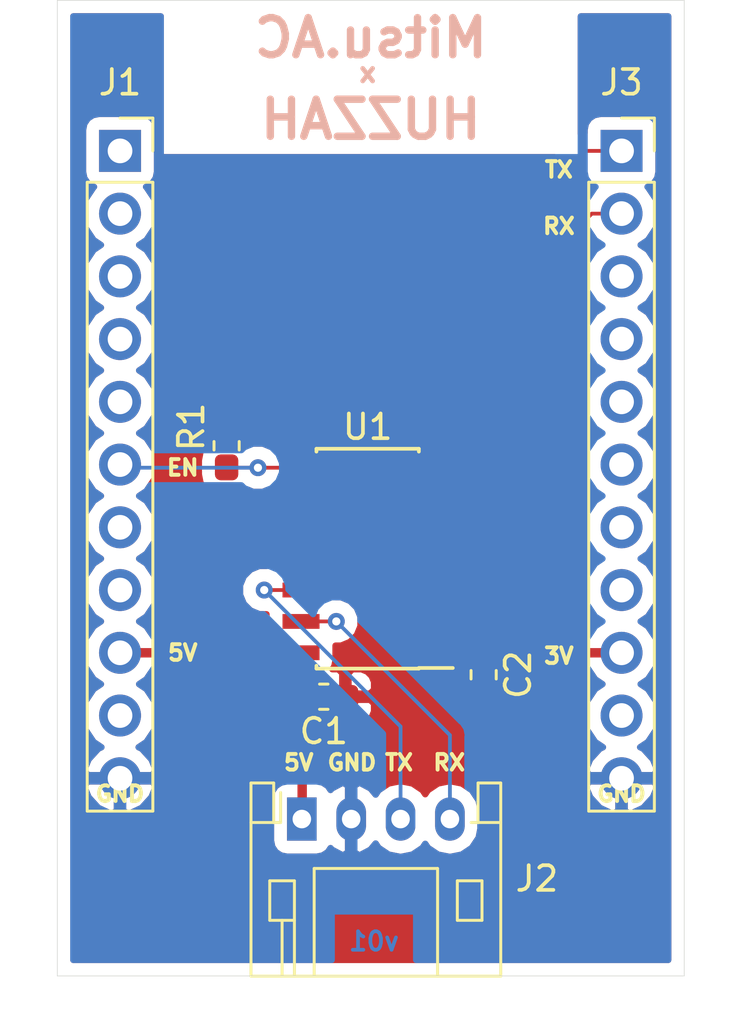
<source format=kicad_pcb>
(kicad_pcb (version 20171130) (host pcbnew 5.0.0+dfsg1-2)

  (general
    (thickness 1.6)
    (drawings 19)
    (tracks 42)
    (zones 0)
    (modules 7)
    (nets 30)
  )

  (page A4)
  (layers
    (0 F.Cu signal)
    (31 B.Cu signal)
    (36 B.SilkS user)
    (37 F.SilkS user)
    (38 B.Mask user)
    (39 F.Mask user)
    (40 Dwgs.User user)
    (41 Cmts.User user)
    (42 Eco1.User user)
    (43 Eco2.User user)
    (44 Edge.Cuts user)
    (45 Margin user)
    (46 B.CrtYd user)
    (47 F.CrtYd user)
    (48 B.Fab user)
    (49 F.Fab user)
  )

  (setup
    (last_trace_width 0.1524)
    (trace_clearance 0.1524)
    (zone_clearance 0.508)
    (zone_45_only no)
    (trace_min 0.1524)
    (segment_width 0.2)
    (edge_width 0.0254)
    (via_size 0.6858)
    (via_drill 0.3302)
    (via_min_size 0.508)
    (via_min_drill 0.254)
    (user_via 3.048 2.54)
    (uvia_size 0.6858)
    (uvia_drill 0.3302)
    (uvias_allowed no)
    (uvia_min_size 0.2)
    (uvia_min_drill 0.1)
    (pcb_text_width 0.3)
    (pcb_text_size 1.5 1.5)
    (mod_edge_width 0.15)
    (mod_text_size 1 1)
    (mod_text_width 0.15)
    (pad_size 1.524 1.524)
    (pad_drill 0.762)
    (pad_to_mask_clearance 0.0508)
    (aux_axis_origin 0 0)
    (visible_elements FFFFFF7F)
    (pcbplotparams
      (layerselection 0x010fc_ffffffff)
      (usegerberextensions false)
      (usegerberattributes false)
      (usegerberadvancedattributes false)
      (creategerberjobfile false)
      (excludeedgelayer true)
      (linewidth 0.100000)
      (plotframeref false)
      (viasonmask false)
      (mode 1)
      (useauxorigin false)
      (hpglpennumber 1)
      (hpglpenspeed 20)
      (hpglpendiameter 15.000000)
      (psnegative false)
      (psa4output false)
      (plotreference true)
      (plotvalue true)
      (plotinvisibletext false)
      (padsonsilk false)
      (subtractmaskfromsilk false)
      (outputformat 1)
      (mirror false)
      (drillshape 1)
      (scaleselection 1)
      (outputdirectory ""))
  )

  (net 0 "")
  (net 1 +5V)
  (net 2 GND)
  (net 3 +3V3)
  (net 4 "Net-(J1-Pad1)")
  (net 5 "Net-(J1-Pad2)")
  (net 6 "Net-(J1-Pad3)")
  (net 7 "Net-(J1-Pad4)")
  (net 8 "Net-(J1-Pad7)")
  (net 9 "Net-(J1-Pad8)")
  (net 10 "Net-(J1-Pad10)")
  (net 11 /TX0_5V)
  (net 12 /RX0_5V)
  (net 13 "Net-(J3-Pad10)")
  (net 14 "Net-(J3-Pad8)")
  (net 15 "Net-(J3-Pad7)")
  (net 16 "Net-(J3-Pad6)")
  (net 17 "Net-(J3-Pad5)")
  (net 18 "Net-(J3-Pad4)")
  (net 19 "Net-(J3-Pad3)")
  (net 20 /RX0)
  (net 21 /TX0)
  (net 22 "Net-(U1-Pad5)")
  (net 23 "Net-(U1-Pad6)")
  (net 24 "Net-(U1-Pad10)")
  (net 25 "Net-(U1-Pad9)")
  (net 26 "Net-(J1-Pad5)")
  (net 27 /EN)
  (net 28 "Net-(U1-Pad4)")
  (net 29 "Net-(U1-Pad11)")

  (net_class Default "This is the default net class."
    (clearance 0.1524)
    (trace_width 0.1524)
    (via_dia 0.6858)
    (via_drill 0.3302)
    (uvia_dia 0.6858)
    (uvia_drill 0.3302)
    (add_net /EN)
    (add_net /RX0)
    (add_net /RX0_5V)
    (add_net /TX0)
    (add_net /TX0_5V)
    (add_net GND)
    (add_net "Net-(J1-Pad1)")
    (add_net "Net-(J1-Pad10)")
    (add_net "Net-(J1-Pad2)")
    (add_net "Net-(J1-Pad3)")
    (add_net "Net-(J1-Pad4)")
    (add_net "Net-(J1-Pad5)")
    (add_net "Net-(J1-Pad7)")
    (add_net "Net-(J1-Pad8)")
    (add_net "Net-(J3-Pad10)")
    (add_net "Net-(J3-Pad3)")
    (add_net "Net-(J3-Pad4)")
    (add_net "Net-(J3-Pad5)")
    (add_net "Net-(J3-Pad6)")
    (add_net "Net-(J3-Pad7)")
    (add_net "Net-(J3-Pad8)")
    (add_net "Net-(U1-Pad10)")
    (add_net "Net-(U1-Pad11)")
    (add_net "Net-(U1-Pad4)")
    (add_net "Net-(U1-Pad5)")
    (add_net "Net-(U1-Pad6)")
    (add_net "Net-(U1-Pad9)")
  )

  (net_class Power ""
    (clearance 0.254)
    (trace_width 0.381)
    (via_dia 0.6858)
    (via_drill 0.3302)
    (uvia_dia 0.6858)
    (uvia_drill 0.3302)
    (add_net +3V3)
    (add_net +5V)
  )

  (module Package_SO:SOIC-14_3.9x8.7mm_P1.27mm (layer F.Cu) (tedit 5A02F2D3) (tstamp 5C12099B)
    (at 129.413 101.346 180)
    (descr "14-Lead Plastic Small Outline (SL) - Narrow, 3.90 mm Body [SOIC] (see Microchip Packaging Specification 00000049BS.pdf)")
    (tags "SOIC 1.27")
    (path /5C0B62EC)
    (attr smd)
    (fp_text reference U1 (at 0 5.334 180) (layer F.SilkS)
      (effects (font (size 1 1) (thickness 0.15)))
    )
    (fp_text value TXB0104D (at 0 5.375 180) (layer F.Fab)
      (effects (font (size 1 1) (thickness 0.15)))
    )
    (fp_text user %R (at 0 0 180) (layer F.Fab)
      (effects (font (size 0.9 0.9) (thickness 0.135)))
    )
    (fp_line (start -0.95 -4.35) (end 1.95 -4.35) (layer F.Fab) (width 0.15))
    (fp_line (start 1.95 -4.35) (end 1.95 4.35) (layer F.Fab) (width 0.15))
    (fp_line (start 1.95 4.35) (end -1.95 4.35) (layer F.Fab) (width 0.15))
    (fp_line (start -1.95 4.35) (end -1.95 -3.35) (layer F.Fab) (width 0.15))
    (fp_line (start -1.95 -3.35) (end -0.95 -4.35) (layer F.Fab) (width 0.15))
    (fp_line (start -3.7 -4.65) (end -3.7 4.65) (layer F.CrtYd) (width 0.05))
    (fp_line (start 3.7 -4.65) (end 3.7 4.65) (layer F.CrtYd) (width 0.05))
    (fp_line (start -3.7 -4.65) (end 3.7 -4.65) (layer F.CrtYd) (width 0.05))
    (fp_line (start -3.7 4.65) (end 3.7 4.65) (layer F.CrtYd) (width 0.05))
    (fp_line (start -2.075 -4.45) (end -2.075 -4.425) (layer F.SilkS) (width 0.15))
    (fp_line (start 2.075 -4.45) (end 2.075 -4.335) (layer F.SilkS) (width 0.15))
    (fp_line (start 2.075 4.45) (end 2.075 4.335) (layer F.SilkS) (width 0.15))
    (fp_line (start -2.075 4.45) (end -2.075 4.335) (layer F.SilkS) (width 0.15))
    (fp_line (start -2.075 -4.45) (end 2.075 -4.45) (layer F.SilkS) (width 0.15))
    (fp_line (start -2.075 4.45) (end 2.075 4.45) (layer F.SilkS) (width 0.15))
    (fp_line (start -2.075 -4.425) (end -3.45 -4.425) (layer F.SilkS) (width 0.15))
    (pad 1 smd rect (at -2.7 -3.81 180) (size 1.5 0.6) (layers F.Cu F.Paste F.Mask)
      (net 3 +3V3))
    (pad 2 smd rect (at -2.7 -2.54 180) (size 1.5 0.6) (layers F.Cu F.Paste F.Mask)
      (net 20 /RX0))
    (pad 3 smd rect (at -2.7 -1.27 180) (size 1.5 0.6) (layers F.Cu F.Paste F.Mask)
      (net 21 /TX0))
    (pad 4 smd rect (at -2.7 0 180) (size 1.5 0.6) (layers F.Cu F.Paste F.Mask)
      (net 28 "Net-(U1-Pad4)"))
    (pad 5 smd rect (at -2.7 1.27 180) (size 1.5 0.6) (layers F.Cu F.Paste F.Mask)
      (net 22 "Net-(U1-Pad5)"))
    (pad 6 smd rect (at -2.7 2.54 180) (size 1.5 0.6) (layers F.Cu F.Paste F.Mask)
      (net 23 "Net-(U1-Pad6)"))
    (pad 7 smd rect (at -2.7 3.81 180) (size 1.5 0.6) (layers F.Cu F.Paste F.Mask)
      (net 2 GND))
    (pad 8 smd rect (at 2.7 3.81 180) (size 1.5 0.6) (layers F.Cu F.Paste F.Mask)
      (net 27 /EN))
    (pad 9 smd rect (at 2.7 2.54 180) (size 1.5 0.6) (layers F.Cu F.Paste F.Mask)
      (net 25 "Net-(U1-Pad9)"))
    (pad 10 smd rect (at 2.7 1.27 180) (size 1.5 0.6) (layers F.Cu F.Paste F.Mask)
      (net 24 "Net-(U1-Pad10)"))
    (pad 11 smd rect (at 2.7 0 180) (size 1.5 0.6) (layers F.Cu F.Paste F.Mask)
      (net 29 "Net-(U1-Pad11)"))
    (pad 12 smd rect (at 2.7 -1.27 180) (size 1.5 0.6) (layers F.Cu F.Paste F.Mask)
      (net 11 /TX0_5V))
    (pad 13 smd rect (at 2.7 -2.54 180) (size 1.5 0.6) (layers F.Cu F.Paste F.Mask)
      (net 12 /RX0_5V))
    (pad 14 smd rect (at 2.7 -3.81 180) (size 1.5 0.6) (layers F.Cu F.Paste F.Mask)
      (net 1 +5V))
    (model ${KISYS3DMOD}/Package_SO.3dshapes/SOIC-14_3.9x8.7mm_P1.27mm.wrl
      (at (xyz 0 0 0))
      (scale (xyz 1 1 1))
      (rotate (xyz 0 0 0))
    )
  )

  (module Capacitor_SMD:C_0603_1608Metric_Pad1.05x0.95mm_HandSolder (layer F.Cu) (tedit 5B301BBE) (tstamp 5C12183A)
    (at 127.635 106.934)
    (descr "Capacitor SMD 0603 (1608 Metric), square (rectangular) end terminal, IPC_7351 nominal with elongated pad for handsoldering. (Body size source: http://www.tortai-tech.com/upload/download/2011102023233369053.pdf), generated with kicad-footprint-generator")
    (tags "capacitor handsolder")
    (path /5C0A2CF0)
    (attr smd)
    (fp_text reference C1 (at 0 1.397) (layer F.SilkS)
      (effects (font (size 1 1) (thickness 0.15)))
    )
    (fp_text value 0.1uF (at 0 2.794) (layer F.Fab)
      (effects (font (size 1 1) (thickness 0.15)))
    )
    (fp_line (start -0.8 0.4) (end -0.8 -0.4) (layer F.Fab) (width 0.1))
    (fp_line (start -0.8 -0.4) (end 0.8 -0.4) (layer F.Fab) (width 0.1))
    (fp_line (start 0.8 -0.4) (end 0.8 0.4) (layer F.Fab) (width 0.1))
    (fp_line (start 0.8 0.4) (end -0.8 0.4) (layer F.Fab) (width 0.1))
    (fp_line (start -0.171267 -0.51) (end 0.171267 -0.51) (layer F.SilkS) (width 0.12))
    (fp_line (start -0.171267 0.51) (end 0.171267 0.51) (layer F.SilkS) (width 0.12))
    (fp_line (start -1.65 0.73) (end -1.65 -0.73) (layer F.CrtYd) (width 0.05))
    (fp_line (start -1.65 -0.73) (end 1.65 -0.73) (layer F.CrtYd) (width 0.05))
    (fp_line (start 1.65 -0.73) (end 1.65 0.73) (layer F.CrtYd) (width 0.05))
    (fp_line (start 1.65 0.73) (end -1.65 0.73) (layer F.CrtYd) (width 0.05))
    (fp_text user %R (at 0 0) (layer F.Fab)
      (effects (font (size 0.4 0.4) (thickness 0.06)))
    )
    (pad 1 smd roundrect (at -0.875 0) (size 1.05 0.95) (layers F.Cu F.Paste F.Mask) (roundrect_rratio 0.25)
      (net 1 +5V))
    (pad 2 smd roundrect (at 0.875 0) (size 1.05 0.95) (layers F.Cu F.Paste F.Mask) (roundrect_rratio 0.25)
      (net 2 GND))
    (model ${KISYS3DMOD}/Capacitor_SMD.3dshapes/C_0603_1608Metric.wrl
      (at (xyz 0 0 0))
      (scale (xyz 1 1 1))
      (rotate (xyz 0 0 0))
    )
  )

  (module Capacitor_SMD:C_0603_1608Metric_Pad1.05x0.95mm_HandSolder (layer F.Cu) (tedit 5B301BBE) (tstamp 5C12124F)
    (at 134.112 106.045 270)
    (descr "Capacitor SMD 0603 (1608 Metric), square (rectangular) end terminal, IPC_7351 nominal with elongated pad for handsoldering. (Body size source: http://www.tortai-tech.com/upload/download/2011102023233369053.pdf), generated with kicad-footprint-generator")
    (tags "capacitor handsolder")
    (path /5C0A3B8D)
    (attr smd)
    (fp_text reference C2 (at 0 -1.397 270) (layer F.SilkS)
      (effects (font (size 1 1) (thickness 0.15)))
    )
    (fp_text value 0.1uF (at -0.254 -2.794 270) (layer F.Fab)
      (effects (font (size 1 1) (thickness 0.15)))
    )
    (fp_text user %R (at 0 0 270) (layer F.Fab)
      (effects (font (size 0.4 0.4) (thickness 0.06)))
    )
    (fp_line (start 1.65 0.73) (end -1.65 0.73) (layer F.CrtYd) (width 0.05))
    (fp_line (start 1.65 -0.73) (end 1.65 0.73) (layer F.CrtYd) (width 0.05))
    (fp_line (start -1.65 -0.73) (end 1.65 -0.73) (layer F.CrtYd) (width 0.05))
    (fp_line (start -1.65 0.73) (end -1.65 -0.73) (layer F.CrtYd) (width 0.05))
    (fp_line (start -0.171267 0.51) (end 0.171267 0.51) (layer F.SilkS) (width 0.12))
    (fp_line (start -0.171267 -0.51) (end 0.171267 -0.51) (layer F.SilkS) (width 0.12))
    (fp_line (start 0.8 0.4) (end -0.8 0.4) (layer F.Fab) (width 0.1))
    (fp_line (start 0.8 -0.4) (end 0.8 0.4) (layer F.Fab) (width 0.1))
    (fp_line (start -0.8 -0.4) (end 0.8 -0.4) (layer F.Fab) (width 0.1))
    (fp_line (start -0.8 0.4) (end -0.8 -0.4) (layer F.Fab) (width 0.1))
    (pad 2 smd roundrect (at 0.875 0 270) (size 1.05 0.95) (layers F.Cu F.Paste F.Mask) (roundrect_rratio 0.25)
      (net 2 GND))
    (pad 1 smd roundrect (at -0.875 0 270) (size 1.05 0.95) (layers F.Cu F.Paste F.Mask) (roundrect_rratio 0.25)
      (net 3 +3V3))
    (model ${KISYS3DMOD}/Capacitor_SMD.3dshapes/C_0603_1608Metric.wrl
      (at (xyz 0 0 0))
      (scale (xyz 1 1 1))
      (rotate (xyz 0 0 0))
    )
  )

  (module Connector_JST:JST_PH_S4B-PH-K_1x04_P2.00mm_Horizontal (layer F.Cu) (tedit 5A0EDEC2) (tstamp 5C3B24C5)
    (at 126.746 111.887)
    (descr "JST PH series connector, S4B-PH-K (http://www.jst-mfg.com/product/pdf/eng/ePH.pdf), generated with kicad-footprint-generator")
    (tags "connector JST PH top entry")
    (path /5C09C98C)
    (fp_text reference J2 (at 9.525 2.413) (layer F.SilkS)
      (effects (font (size 1 1) (thickness 0.15)))
    )
    (fp_text value MITSU_AC (at 3 7.45) (layer F.Fab)
      (effects (font (size 1 1) (thickness 0.15)))
    )
    (fp_line (start -0.86 0.14) (end -1.14 0.14) (layer F.SilkS) (width 0.12))
    (fp_line (start -1.14 0.14) (end -1.14 -1.46) (layer F.SilkS) (width 0.12))
    (fp_line (start -1.14 -1.46) (end -2.06 -1.46) (layer F.SilkS) (width 0.12))
    (fp_line (start -2.06 -1.46) (end -2.06 6.36) (layer F.SilkS) (width 0.12))
    (fp_line (start -2.06 6.36) (end 8.06 6.36) (layer F.SilkS) (width 0.12))
    (fp_line (start 8.06 6.36) (end 8.06 -1.46) (layer F.SilkS) (width 0.12))
    (fp_line (start 8.06 -1.46) (end 7.14 -1.46) (layer F.SilkS) (width 0.12))
    (fp_line (start 7.14 -1.46) (end 7.14 0.14) (layer F.SilkS) (width 0.12))
    (fp_line (start 7.14 0.14) (end 6.86 0.14) (layer F.SilkS) (width 0.12))
    (fp_line (start 0.5 6.36) (end 0.5 2) (layer F.SilkS) (width 0.12))
    (fp_line (start 0.5 2) (end 5.5 2) (layer F.SilkS) (width 0.12))
    (fp_line (start 5.5 2) (end 5.5 6.36) (layer F.SilkS) (width 0.12))
    (fp_line (start -2.06 0.14) (end -1.14 0.14) (layer F.SilkS) (width 0.12))
    (fp_line (start 8.06 0.14) (end 7.14 0.14) (layer F.SilkS) (width 0.12))
    (fp_line (start -1.3 2.5) (end -1.3 4.1) (layer F.SilkS) (width 0.12))
    (fp_line (start -1.3 4.1) (end -0.3 4.1) (layer F.SilkS) (width 0.12))
    (fp_line (start -0.3 4.1) (end -0.3 2.5) (layer F.SilkS) (width 0.12))
    (fp_line (start -0.3 2.5) (end -1.3 2.5) (layer F.SilkS) (width 0.12))
    (fp_line (start 7.3 2.5) (end 7.3 4.1) (layer F.SilkS) (width 0.12))
    (fp_line (start 7.3 4.1) (end 6.3 4.1) (layer F.SilkS) (width 0.12))
    (fp_line (start 6.3 4.1) (end 6.3 2.5) (layer F.SilkS) (width 0.12))
    (fp_line (start 6.3 2.5) (end 7.3 2.5) (layer F.SilkS) (width 0.12))
    (fp_line (start -0.3 4.1) (end -0.3 6.36) (layer F.SilkS) (width 0.12))
    (fp_line (start -0.8 4.1) (end -0.8 6.36) (layer F.SilkS) (width 0.12))
    (fp_line (start -2.45 -1.85) (end -2.45 6.75) (layer F.CrtYd) (width 0.05))
    (fp_line (start -2.45 6.75) (end 8.45 6.75) (layer F.CrtYd) (width 0.05))
    (fp_line (start 8.45 6.75) (end 8.45 -1.85) (layer F.CrtYd) (width 0.05))
    (fp_line (start 8.45 -1.85) (end -2.45 -1.85) (layer F.CrtYd) (width 0.05))
    (fp_line (start -1.25 0.25) (end -1.25 -1.35) (layer F.Fab) (width 0.1))
    (fp_line (start -1.25 -1.35) (end -1.95 -1.35) (layer F.Fab) (width 0.1))
    (fp_line (start -1.95 -1.35) (end -1.95 6.25) (layer F.Fab) (width 0.1))
    (fp_line (start -1.95 6.25) (end 7.95 6.25) (layer F.Fab) (width 0.1))
    (fp_line (start 7.95 6.25) (end 7.95 -1.35) (layer F.Fab) (width 0.1))
    (fp_line (start 7.95 -1.35) (end 7.25 -1.35) (layer F.Fab) (width 0.1))
    (fp_line (start 7.25 -1.35) (end 7.25 0.25) (layer F.Fab) (width 0.1))
    (fp_line (start 7.25 0.25) (end -1.25 0.25) (layer F.Fab) (width 0.1))
    (fp_line (start -0.86 0.14) (end -0.86 -1.075) (layer F.SilkS) (width 0.12))
    (fp_line (start 0 0.875) (end -0.5 1.375) (layer F.Fab) (width 0.1))
    (fp_line (start -0.5 1.375) (end 0.5 1.375) (layer F.Fab) (width 0.1))
    (fp_line (start 0.5 1.375) (end 0 0.875) (layer F.Fab) (width 0.1))
    (fp_text user %R (at 3 2.5) (layer F.Fab)
      (effects (font (size 1 1) (thickness 0.15)))
    )
    (pad 1 thru_hole rect (at 0 0) (size 1.2 1.75) (drill 0.75) (layers *.Cu *.Mask)
      (net 1 +5V))
    (pad 2 thru_hole oval (at 2 0) (size 1.2 1.75) (drill 0.75) (layers *.Cu *.Mask)
      (net 2 GND))
    (pad 3 thru_hole oval (at 4 0) (size 1.2 1.75) (drill 0.75) (layers *.Cu *.Mask)
      (net 11 /TX0_5V))
    (pad 4 thru_hole oval (at 6 0) (size 1.2 1.75) (drill 0.75) (layers *.Cu *.Mask)
      (net 12 /RX0_5V))
    (model ${KISYS3DMOD}/Connector_JST.3dshapes/JST_PH_S4B-PH-K_1x04_P2.00mm_Horizontal.wrl
      (at (xyz 0 0 0))
      (scale (xyz 1 1 1))
      (rotate (xyz 0 0 0))
    )
  )

  (module Resistor_SMD:R_0603_1608Metric_Pad1.05x0.95mm_HandSolder (layer F.Cu) (tedit 5B301BBD) (tstamp 5C1209FE)
    (at 123.698 96.774 90)
    (descr "Resistor SMD 0603 (1608 Metric), square (rectangular) end terminal, IPC_7351 nominal with elongated pad for handsoldering. (Body size source: http://www.tortai-tech.com/upload/download/2011102023233369053.pdf), generated with kicad-footprint-generator")
    (tags "resistor handsolder")
    (path /5C0A0895)
    (attr smd)
    (fp_text reference R1 (at 0.762 -1.43 90) (layer F.SilkS)
      (effects (font (size 1 1) (thickness 0.15)))
    )
    (fp_text value 10K (at 0 1.43 90) (layer F.Fab)
      (effects (font (size 1 1) (thickness 0.15)))
    )
    (fp_line (start -0.8 0.4) (end -0.8 -0.4) (layer F.Fab) (width 0.1))
    (fp_line (start -0.8 -0.4) (end 0.8 -0.4) (layer F.Fab) (width 0.1))
    (fp_line (start 0.8 -0.4) (end 0.8 0.4) (layer F.Fab) (width 0.1))
    (fp_line (start 0.8 0.4) (end -0.8 0.4) (layer F.Fab) (width 0.1))
    (fp_line (start -0.171267 -0.51) (end 0.171267 -0.51) (layer F.SilkS) (width 0.12))
    (fp_line (start -0.171267 0.51) (end 0.171267 0.51) (layer F.SilkS) (width 0.12))
    (fp_line (start -1.65 0.73) (end -1.65 -0.73) (layer F.CrtYd) (width 0.05))
    (fp_line (start -1.65 -0.73) (end 1.65 -0.73) (layer F.CrtYd) (width 0.05))
    (fp_line (start 1.65 -0.73) (end 1.65 0.73) (layer F.CrtYd) (width 0.05))
    (fp_line (start 1.65 0.73) (end -1.65 0.73) (layer F.CrtYd) (width 0.05))
    (fp_text user %R (at 0 0 90) (layer F.Fab)
      (effects (font (size 0.4 0.4) (thickness 0.06)))
    )
    (pad 1 smd roundrect (at -0.875 0 90) (size 1.05 0.95) (layers F.Cu F.Paste F.Mask) (roundrect_rratio 0.25)
      (net 27 /EN))
    (pad 2 smd roundrect (at 0.875 0 90) (size 1.05 0.95) (layers F.Cu F.Paste F.Mask) (roundrect_rratio 0.25)
      (net 2 GND))
    (model ${KISYS3DMOD}/Resistor_SMD.3dshapes/R_0603_1608Metric.wrl
      (at (xyz 0 0 0))
      (scale (xyz 1 1 1))
      (rotate (xyz 0 0 0))
    )
  )

  (module Connector_PinSocket_2.54mm:PinSocket_1x11_P2.54mm_Vertical (layer F.Cu) (tedit 5A19A42E) (tstamp 5C3B2052)
    (at 119.38 84.836)
    (descr "Through hole straight socket strip, 1x11, 2.54mm pitch, single row (from Kicad 4.0.7), script generated")
    (tags "Through hole socket strip THT 1x11 2.54mm single row")
    (path /5C0A7105)
    (fp_text reference J1 (at 0 -2.77) (layer F.SilkS)
      (effects (font (size 1 1) (thickness 0.15)))
    )
    (fp_text value "11-PIN HDR" (at 0 28.17) (layer F.Fab)
      (effects (font (size 1 1) (thickness 0.15)))
    )
    (fp_line (start -1.27 -1.27) (end 0.635 -1.27) (layer F.Fab) (width 0.1))
    (fp_line (start 0.635 -1.27) (end 1.27 -0.635) (layer F.Fab) (width 0.1))
    (fp_line (start 1.27 -0.635) (end 1.27 26.67) (layer F.Fab) (width 0.1))
    (fp_line (start 1.27 26.67) (end -1.27 26.67) (layer F.Fab) (width 0.1))
    (fp_line (start -1.27 26.67) (end -1.27 -1.27) (layer F.Fab) (width 0.1))
    (fp_line (start -1.33 1.27) (end 1.33 1.27) (layer F.SilkS) (width 0.12))
    (fp_line (start -1.33 1.27) (end -1.33 26.73) (layer F.SilkS) (width 0.12))
    (fp_line (start -1.33 26.73) (end 1.33 26.73) (layer F.SilkS) (width 0.12))
    (fp_line (start 1.33 1.27) (end 1.33 26.73) (layer F.SilkS) (width 0.12))
    (fp_line (start 1.33 -1.33) (end 1.33 0) (layer F.SilkS) (width 0.12))
    (fp_line (start 0 -1.33) (end 1.33 -1.33) (layer F.SilkS) (width 0.12))
    (fp_line (start -1.8 -1.8) (end 1.75 -1.8) (layer F.CrtYd) (width 0.05))
    (fp_line (start 1.75 -1.8) (end 1.75 27.15) (layer F.CrtYd) (width 0.05))
    (fp_line (start 1.75 27.15) (end -1.8 27.15) (layer F.CrtYd) (width 0.05))
    (fp_line (start -1.8 27.15) (end -1.8 -1.8) (layer F.CrtYd) (width 0.05))
    (fp_text user %R (at 0 12.7 90) (layer F.Fab)
      (effects (font (size 1 1) (thickness 0.15)))
    )
    (pad 1 thru_hole rect (at 0 0) (size 1.7 1.7) (drill 1) (layers *.Cu *.Mask)
      (net 4 "Net-(J1-Pad1)"))
    (pad 2 thru_hole oval (at 0 2.54) (size 1.7 1.7) (drill 1) (layers *.Cu *.Mask)
      (net 5 "Net-(J1-Pad2)"))
    (pad 3 thru_hole oval (at 0 5.08) (size 1.7 1.7) (drill 1) (layers *.Cu *.Mask)
      (net 6 "Net-(J1-Pad3)"))
    (pad 4 thru_hole oval (at 0 7.62) (size 1.7 1.7) (drill 1) (layers *.Cu *.Mask)
      (net 7 "Net-(J1-Pad4)"))
    (pad 5 thru_hole oval (at 0 10.16) (size 1.7 1.7) (drill 1) (layers *.Cu *.Mask)
      (net 26 "Net-(J1-Pad5)"))
    (pad 6 thru_hole oval (at 0 12.7) (size 1.7 1.7) (drill 1) (layers *.Cu *.Mask)
      (net 27 /EN))
    (pad 7 thru_hole oval (at 0 15.24) (size 1.7 1.7) (drill 1) (layers *.Cu *.Mask)
      (net 8 "Net-(J1-Pad7)"))
    (pad 8 thru_hole oval (at 0 17.78) (size 1.7 1.7) (drill 1) (layers *.Cu *.Mask)
      (net 9 "Net-(J1-Pad8)"))
    (pad 9 thru_hole oval (at 0 20.32) (size 1.7 1.7) (drill 1) (layers *.Cu *.Mask)
      (net 1 +5V))
    (pad 10 thru_hole oval (at 0 22.86) (size 1.7 1.7) (drill 1) (layers *.Cu *.Mask)
      (net 10 "Net-(J1-Pad10)"))
    (pad 11 thru_hole oval (at 0 25.4) (size 1.7 1.7) (drill 1) (layers *.Cu *.Mask)
      (net 2 GND))
    (model ${KISYS3DMOD}/Connector_PinSocket_2.54mm.3dshapes/PinSocket_1x11_P2.54mm_Vertical.wrl
      (at (xyz 0 0 0))
      (scale (xyz 1 1 1))
      (rotate (xyz 0 0 0))
    )
  )

  (module Connector_PinSocket_2.54mm:PinSocket_1x11_P2.54mm_Vertical (layer F.Cu) (tedit 5A19A42E) (tstamp 5C11FE53)
    (at 139.7 84.836)
    (descr "Through hole straight socket strip, 1x11, 2.54mm pitch, single row (from Kicad 4.0.7), script generated")
    (tags "Through hole socket strip THT 1x11 2.54mm single row")
    (path /5C0A71C5)
    (fp_text reference J3 (at 0 -2.77) (layer F.SilkS)
      (effects (font (size 1 1) (thickness 0.15)))
    )
    (fp_text value "11-PIN HDR" (at 0 28.17) (layer F.Fab)
      (effects (font (size 1 1) (thickness 0.15)))
    )
    (fp_text user %R (at 0 12.7 90) (layer F.Fab)
      (effects (font (size 1 1) (thickness 0.15)))
    )
    (fp_line (start -1.8 27.15) (end -1.8 -1.8) (layer F.CrtYd) (width 0.05))
    (fp_line (start 1.75 27.15) (end -1.8 27.15) (layer F.CrtYd) (width 0.05))
    (fp_line (start 1.75 -1.8) (end 1.75 27.15) (layer F.CrtYd) (width 0.05))
    (fp_line (start -1.8 -1.8) (end 1.75 -1.8) (layer F.CrtYd) (width 0.05))
    (fp_line (start 0 -1.33) (end 1.33 -1.33) (layer F.SilkS) (width 0.12))
    (fp_line (start 1.33 -1.33) (end 1.33 0) (layer F.SilkS) (width 0.12))
    (fp_line (start 1.33 1.27) (end 1.33 26.73) (layer F.SilkS) (width 0.12))
    (fp_line (start -1.33 26.73) (end 1.33 26.73) (layer F.SilkS) (width 0.12))
    (fp_line (start -1.33 1.27) (end -1.33 26.73) (layer F.SilkS) (width 0.12))
    (fp_line (start -1.33 1.27) (end 1.33 1.27) (layer F.SilkS) (width 0.12))
    (fp_line (start -1.27 26.67) (end -1.27 -1.27) (layer F.Fab) (width 0.1))
    (fp_line (start 1.27 26.67) (end -1.27 26.67) (layer F.Fab) (width 0.1))
    (fp_line (start 1.27 -0.635) (end 1.27 26.67) (layer F.Fab) (width 0.1))
    (fp_line (start 0.635 -1.27) (end 1.27 -0.635) (layer F.Fab) (width 0.1))
    (fp_line (start -1.27 -1.27) (end 0.635 -1.27) (layer F.Fab) (width 0.1))
    (pad 11 thru_hole oval (at 0 25.4) (size 1.7 1.7) (drill 1) (layers *.Cu *.Mask)
      (net 2 GND))
    (pad 10 thru_hole oval (at 0 22.86) (size 1.7 1.7) (drill 1) (layers *.Cu *.Mask)
      (net 13 "Net-(J3-Pad10)"))
    (pad 9 thru_hole oval (at 0 20.32) (size 1.7 1.7) (drill 1) (layers *.Cu *.Mask)
      (net 3 +3V3))
    (pad 8 thru_hole oval (at 0 17.78) (size 1.7 1.7) (drill 1) (layers *.Cu *.Mask)
      (net 14 "Net-(J3-Pad8)"))
    (pad 7 thru_hole oval (at 0 15.24) (size 1.7 1.7) (drill 1) (layers *.Cu *.Mask)
      (net 15 "Net-(J3-Pad7)"))
    (pad 6 thru_hole oval (at 0 12.7) (size 1.7 1.7) (drill 1) (layers *.Cu *.Mask)
      (net 16 "Net-(J3-Pad6)"))
    (pad 5 thru_hole oval (at 0 10.16) (size 1.7 1.7) (drill 1) (layers *.Cu *.Mask)
      (net 17 "Net-(J3-Pad5)"))
    (pad 4 thru_hole oval (at 0 7.62) (size 1.7 1.7) (drill 1) (layers *.Cu *.Mask)
      (net 18 "Net-(J3-Pad4)"))
    (pad 3 thru_hole oval (at 0 5.08) (size 1.7 1.7) (drill 1) (layers *.Cu *.Mask)
      (net 19 "Net-(J3-Pad3)"))
    (pad 2 thru_hole oval (at 0 2.54) (size 1.7 1.7) (drill 1) (layers *.Cu *.Mask)
      (net 20 /RX0))
    (pad 1 thru_hole rect (at 0 0) (size 1.7 1.7) (drill 1) (layers *.Cu *.Mask)
      (net 21 /TX0))
    (model ${KISYS3DMOD}/Connector_PinSocket_2.54mm.3dshapes/PinSocket_1x11_P2.54mm_Vertical.wrl
      (at (xyz 0 0 0))
      (scale (xyz 1 1 1))
      (rotate (xyz 0 0 0))
    )
  )

  (gr_text v01 (at 129.667 116.84) (layer B.Cu)
    (effects (font (size 0.75 0.75) (thickness 0.15)) (justify mirror))
  )
  (gr_line (start 142.24 118.24) (end 116.84 118.24) (layer Edge.Cuts) (width 0.0254))
  (gr_line (start 142.24 78.74) (end 142.24 118.24) (layer Edge.Cuts) (width 0.0254))
  (gr_line (start 116.84 78.74) (end 142.24 78.74) (layer Edge.Cuts) (width 0.0254))
  (gr_line (start 116.84 118.24) (end 116.84 78.74) (layer Edge.Cuts) (width 0.0254))
  (gr_text 3V (at 137.16 105.283) (layer F.SilkS) (tstamp 5C121D0A)
    (effects (font (size 0.635 0.635) (thickness 0.15875)))
  )
  (gr_text EN (at 121.92 97.663) (layer F.SilkS) (tstamp 5C121ADB)
    (effects (font (size 0.635 0.635) (thickness 0.15875)))
  )
  (gr_text 5V (at 121.92 105.156) (layer F.SilkS) (tstamp 5C121AD6)
    (effects (font (size 0.635 0.635) (thickness 0.15875)))
  )
  (gr_text TX (at 137.16 85.598) (layer F.SilkS) (tstamp 5C121AD2)
    (effects (font (size 0.635 0.635) (thickness 0.15875)))
  )
  (gr_text RX (at 137.16 87.884) (layer F.SilkS) (tstamp 5C121ACD)
    (effects (font (size 0.635 0.635) (thickness 0.15875)))
  )
  (gr_text GND (at 139.7 110.871) (layer F.SilkS) (tstamp 5C121A57)
    (effects (font (size 0.635 0.635) (thickness 0.15875)))
  )
  (gr_text GND (at 119.38 110.871) (layer F.SilkS) (tstamp 5C121A55)
    (effects (font (size 0.635 0.635) (thickness 0.15875)))
  )
  (gr_text RX (at 132.715 109.601) (layer F.SilkS) (tstamp 5C121867)
    (effects (font (size 0.635 0.635) (thickness 0.15875)))
  )
  (gr_text TX (at 130.683 109.601) (layer F.SilkS) (tstamp 5C121862)
    (effects (font (size 0.635 0.635) (thickness 0.15875)))
  )
  (gr_text GND (at 128.778 109.601) (layer F.SilkS) (tstamp 5C12185D)
    (effects (font (size 0.635 0.635) (thickness 0.15875)))
  )
  (gr_text 5V (at 126.619 109.601) (layer F.SilkS)
    (effects (font (size 0.635 0.635) (thickness 0.15875)))
  )
  (gr_text x (at 129.413 81.661) (layer B.SilkS)
    (effects (font (size 0.762 0.762) (thickness 0.1905)) (justify mirror))
  )
  (gr_text HUZZAH (at 129.54 83.566) (layer B.SilkS)
    (effects (font (size 1.5 1.5) (thickness 0.3)) (justify mirror))
  )
  (gr_text Mitsu.AC (at 129.54 80.264) (layer B.SilkS)
    (effects (font (size 1.5 1.5) (thickness 0.3)) (justify mirror))
  )

  (segment (start 126.746 106.948) (end 126.76 106.934) (width 0.254) (layer F.Cu) (net 1))
  (segment (start 126.76 105.203) (end 126.713 105.156) (width 0.254) (layer F.Cu) (net 1))
  (segment (start 132.127 105.17) (end 132.113 105.156) (width 0.254) (layer F.Cu) (net 3))
  (segment (start 126.746 97.503) (end 126.713 97.536) (width 0.1524) (layer F.Cu) (net 27))
  (via (at 124.968 97.663) (size 0.6858) (drill 0.3302) (layers F.Cu B.Cu) (net 27))
  (segment (start 126.586 97.663) (end 126.713 97.536) (width 0.1524) (layer F.Cu) (net 27))
  (segment (start 124.968 97.663) (end 126.586 97.663) (width 0.1524) (layer F.Cu) (net 27))
  (segment (start 123.712 97.663) (end 123.698 97.649) (width 0.1524) (layer F.Cu) (net 27))
  (segment (start 124.968 97.663) (end 123.712 97.663) (width 0.1524) (layer F.Cu) (net 27))
  (via (at 125.222 102.616) (size 0.6858) (drill 0.3302) (layers F.Cu B.Cu) (net 11))
  (segment (start 126.713 102.616) (end 125.222 102.616) (width 0.1524) (layer F.Cu) (net 11))
  (segment (start 126.699 101.36) (end 126.713 101.346) (width 0.1524) (layer F.Cu) (net 29))
  (segment (start 126.586 105.283) (end 126.713 105.156) (width 0.381) (layer F.Cu) (net 1))
  (segment (start 126.713 106.887) (end 126.76 106.934) (width 0.381) (layer F.Cu) (net 1))
  (segment (start 126.713 105.156) (end 126.713 106.887) (width 0.381) (layer F.Cu) (net 1))
  (segment (start 126.713 105.156) (end 119.38 105.156) (width 0.381) (layer F.Cu) (net 1))
  (segment (start 126.76 111.746) (end 126.746 111.76) (width 0.381) (layer F.Cu) (net 1))
  (segment (start 126.76 106.934) (end 126.76 111.746) (width 0.381) (layer F.Cu) (net 1))
  (segment (start 134.098 105.156) (end 134.112 105.17) (width 0.381) (layer F.Cu) (net 3))
  (segment (start 132.113 105.156) (end 134.098 105.156) (width 0.381) (layer F.Cu) (net 3))
  (segment (start 134.225 105.283) (end 134.112 105.17) (width 0.381) (layer F.Cu) (net 3))
  (segment (start 134.126 105.156) (end 134.112 105.17) (width 0.381) (layer F.Cu) (net 3))
  (segment (start 139.7 105.156) (end 134.126 105.156) (width 0.381) (layer F.Cu) (net 3))
  (segment (start 130.746 108.14) (end 130.746 111.887) (width 0.1524) (layer B.Cu) (net 11))
  (segment (start 125.222 102.616) (end 130.746 108.14) (width 0.1524) (layer B.Cu) (net 11))
  (via (at 128.143 103.886) (size 0.6858) (drill 0.3302) (layers F.Cu B.Cu) (net 12))
  (segment (start 126.713 103.886) (end 128.143 103.886) (width 0.1524) (layer F.Cu) (net 12))
  (segment (start 132.746 108.489) (end 132.746 111.887) (width 0.1524) (layer B.Cu) (net 12))
  (segment (start 128.143 103.886) (end 132.746 108.489) (width 0.1524) (layer B.Cu) (net 12))
  (segment (start 133.0154 103.886) (end 132.113 103.886) (width 0.1524) (layer F.Cu) (net 20))
  (segment (start 137.972809 101.091257) (end 135.178066 103.886) (width 0.1524) (layer F.Cu) (net 20))
  (segment (start 135.178066 103.886) (end 133.0154 103.886) (width 0.1524) (layer F.Cu) (net 20))
  (segment (start 137.97281 87.901109) (end 137.972809 101.091257) (width 0.1524) (layer F.Cu) (net 20))
  (segment (start 138.497919 87.376) (end 137.97281 87.901109) (width 0.1524) (layer F.Cu) (net 20))
  (segment (start 139.7 87.376) (end 138.497919 87.376) (width 0.1524) (layer F.Cu) (net 20))
  (segment (start 135.636 102.616) (end 132.113 102.616) (width 0.1524) (layer F.Cu) (net 21))
  (segment (start 137.414 100.838) (end 135.636 102.616) (width 0.1524) (layer F.Cu) (net 21))
  (segment (start 138.245304 84.836) (end 137.414 85.667304) (width 0.1524) (layer F.Cu) (net 21))
  (segment (start 139.7 84.836) (end 138.245304 84.836) (width 0.1524) (layer F.Cu) (net 21))
  (segment (start 137.414 85.667304) (end 137.414 100.838) (width 0.1524) (layer F.Cu) (net 21))
  (segment (start 119.507 97.663) (end 119.38 97.536) (width 0.1524) (layer B.Cu) (net 27))
  (segment (start 124.968 97.663) (end 119.507 97.663) (width 0.1524) (layer B.Cu) (net 27))

  (zone (net 0) (net_name "") (layers F&B.Cu) (tstamp 0) (hatch edge 0.508)
    (connect_pads (clearance 0.508))
    (min_thickness 0.254)
    (keepout (tracks not_allowed) (vias not_allowed) (copperpour not_allowed))
    (fill (arc_segments 16) (thermal_gap 0.508) (thermal_bridge_width 0.508))
    (polygon
      (pts
        (xy 121.158 84.963) (xy 121.158 79.121) (xy 137.922 79.121) (xy 137.922 84.963)
      )
    )
  )
  (zone (net 2) (net_name GND) (layer F.Cu) (tstamp 0) (hatch edge 0.508)
    (connect_pads (clearance 0.508))
    (min_thickness 0.254)
    (fill yes (arc_segments 16) (thermal_gap 0.508) (thermal_bridge_width 0.508))
    (polygon
      (pts
        (xy 117.221 79.121) (xy 141.859 79.121) (xy 141.859 117.856) (xy 117.221 117.856)
      )
    )
    (filled_polygon
      (pts
        (xy 121.031 84.963) (xy 121.040667 85.011601) (xy 121.068197 85.052803) (xy 121.109399 85.080333) (xy 121.158 85.09)
        (xy 136.985516 85.09) (xy 136.960634 85.114882) (xy 136.901254 85.154559) (xy 136.861578 85.213938) (xy 136.861576 85.21394)
        (xy 136.811179 85.289365) (xy 136.744064 85.389809) (xy 136.7028 85.597259) (xy 136.7028 85.597263) (xy 136.688868 85.667304)
        (xy 136.7028 85.737345) (xy 136.702801 100.54341) (xy 135.341412 101.9048) (xy 133.453784 101.9048) (xy 133.461157 101.893765)
        (xy 133.51044 101.646) (xy 133.51044 101.046) (xy 133.461157 100.798235) (xy 133.402868 100.711) (xy 133.461157 100.623765)
        (xy 133.51044 100.376) (xy 133.51044 99.776) (xy 133.461157 99.528235) (xy 133.402868 99.441) (xy 133.461157 99.353765)
        (xy 133.51044 99.106) (xy 133.51044 98.506) (xy 133.461157 98.258235) (xy 133.408232 98.179028) (xy 133.498 97.96231)
        (xy 133.498 97.82175) (xy 133.33925 97.663) (xy 132.24 97.663) (xy 132.24 97.683) (xy 131.986 97.683)
        (xy 131.986 97.663) (xy 130.88675 97.663) (xy 130.728 97.82175) (xy 130.728 97.96231) (xy 130.817768 98.179028)
        (xy 130.764843 98.258235) (xy 130.71556 98.506) (xy 130.71556 99.106) (xy 130.764843 99.353765) (xy 130.823132 99.441)
        (xy 130.764843 99.528235) (xy 130.71556 99.776) (xy 130.71556 100.376) (xy 130.764843 100.623765) (xy 130.823132 100.711)
        (xy 130.764843 100.798235) (xy 130.71556 101.046) (xy 130.71556 101.646) (xy 130.764843 101.893765) (xy 130.823132 101.981)
        (xy 130.764843 102.068235) (xy 130.71556 102.316) (xy 130.71556 102.916) (xy 130.764843 103.163765) (xy 130.823132 103.251)
        (xy 130.764843 103.338235) (xy 130.71556 103.586) (xy 130.71556 104.186) (xy 130.764843 104.433765) (xy 130.823132 104.521)
        (xy 130.764843 104.608235) (xy 130.71556 104.856) (xy 130.71556 105.456) (xy 130.764843 105.703765) (xy 130.905191 105.913809)
        (xy 131.115235 106.054157) (xy 131.363 106.10344) (xy 132.863 106.10344) (xy 133.089076 106.058471) (xy 133.002 106.268691)
        (xy 133.002 106.63425) (xy 133.16075 106.793) (xy 133.985 106.793) (xy 133.985 106.773) (xy 134.239 106.773)
        (xy 134.239 106.793) (xy 135.06325 106.793) (xy 135.222 106.63425) (xy 135.222 106.268691) (xy 135.125327 106.035302)
        (xy 135.071525 105.9815) (xy 138.465588 105.9815) (xy 138.629375 106.226625) (xy 138.927761 106.426) (xy 138.629375 106.625375)
        (xy 138.301161 107.116582) (xy 138.185908 107.696) (xy 138.301161 108.275418) (xy 138.629375 108.766625) (xy 138.948478 108.979843)
        (xy 138.818642 109.040817) (xy 138.428355 109.469076) (xy 138.258524 109.87911) (xy 138.379845 110.109) (xy 139.573 110.109)
        (xy 139.573 110.089) (xy 139.827 110.089) (xy 139.827 110.109) (xy 141.020155 110.109) (xy 141.141476 109.87911)
        (xy 140.971645 109.469076) (xy 140.581358 109.040817) (xy 140.451522 108.979843) (xy 140.770625 108.766625) (xy 141.098839 108.275418)
        (xy 141.214092 107.696) (xy 141.098839 107.116582) (xy 140.770625 106.625375) (xy 140.472239 106.426) (xy 140.770625 106.226625)
        (xy 141.098839 105.735418) (xy 141.214092 105.156) (xy 141.098839 104.576582) (xy 140.770625 104.085375) (xy 140.472239 103.886)
        (xy 140.770625 103.686625) (xy 141.098839 103.195418) (xy 141.214092 102.616) (xy 141.098839 102.036582) (xy 140.770625 101.545375)
        (xy 140.472239 101.346) (xy 140.770625 101.146625) (xy 141.098839 100.655418) (xy 141.214092 100.076) (xy 141.098839 99.496582)
        (xy 140.770625 99.005375) (xy 140.472239 98.806) (xy 140.770625 98.606625) (xy 141.098839 98.115418) (xy 141.214092 97.536)
        (xy 141.098839 96.956582) (xy 140.770625 96.465375) (xy 140.472239 96.266) (xy 140.770625 96.066625) (xy 141.098839 95.575418)
        (xy 141.214092 94.996) (xy 141.098839 94.416582) (xy 140.770625 93.925375) (xy 140.472239 93.726) (xy 140.770625 93.526625)
        (xy 141.098839 93.035418) (xy 141.214092 92.456) (xy 141.098839 91.876582) (xy 140.770625 91.385375) (xy 140.472239 91.186)
        (xy 140.770625 90.986625) (xy 141.098839 90.495418) (xy 141.214092 89.916) (xy 141.098839 89.336582) (xy 140.770625 88.845375)
        (xy 140.472239 88.646) (xy 140.770625 88.446625) (xy 141.098839 87.955418) (xy 141.214092 87.376) (xy 141.098839 86.796582)
        (xy 140.770625 86.305375) (xy 140.752381 86.293184) (xy 140.797765 86.284157) (xy 141.007809 86.143809) (xy 141.148157 85.933765)
        (xy 141.19744 85.686) (xy 141.19744 83.986) (xy 141.148157 83.738235) (xy 141.007809 83.528191) (xy 140.797765 83.387843)
        (xy 140.55 83.33856) (xy 138.85 83.33856) (xy 138.602235 83.387843) (xy 138.392191 83.528191) (xy 138.251843 83.738235)
        (xy 138.20256 83.986) (xy 138.20256 84.11937) (xy 138.175261 84.1248) (xy 138.175258 84.1248) (xy 138.049 84.149914)
        (xy 138.049 79.3877) (xy 141.5923 79.3877) (xy 141.592301 117.5923) (xy 117.4877 117.5923) (xy 117.4877 110.59289)
        (xy 117.938524 110.59289) (xy 118.108355 111.002924) (xy 118.498642 111.431183) (xy 119.023108 111.677486) (xy 119.253 111.556819)
        (xy 119.253 110.363) (xy 119.507 110.363) (xy 119.507 111.556819) (xy 119.736892 111.677486) (xy 120.261358 111.431183)
        (xy 120.651645 111.002924) (xy 120.821476 110.59289) (xy 120.700155 110.363) (xy 119.507 110.363) (xy 119.253 110.363)
        (xy 118.059845 110.363) (xy 117.938524 110.59289) (xy 117.4877 110.59289) (xy 117.4877 87.376) (xy 117.865908 87.376)
        (xy 117.981161 87.955418) (xy 118.309375 88.446625) (xy 118.607761 88.646) (xy 118.309375 88.845375) (xy 117.981161 89.336582)
        (xy 117.865908 89.916) (xy 117.981161 90.495418) (xy 118.309375 90.986625) (xy 118.607761 91.186) (xy 118.309375 91.385375)
        (xy 117.981161 91.876582) (xy 117.865908 92.456) (xy 117.981161 93.035418) (xy 118.309375 93.526625) (xy 118.607761 93.726)
        (xy 118.309375 93.925375) (xy 117.981161 94.416582) (xy 117.865908 94.996) (xy 117.981161 95.575418) (xy 118.309375 96.066625)
        (xy 118.607761 96.266) (xy 118.309375 96.465375) (xy 117.981161 96.956582) (xy 117.865908 97.536) (xy 117.981161 98.115418)
        (xy 118.309375 98.606625) (xy 118.607761 98.806) (xy 118.309375 99.005375) (xy 117.981161 99.496582) (xy 117.865908 100.076)
        (xy 117.981161 100.655418) (xy 118.309375 101.146625) (xy 118.607761 101.346) (xy 118.309375 101.545375) (xy 117.981161 102.036582)
        (xy 117.865908 102.616) (xy 117.981161 103.195418) (xy 118.309375 103.686625) (xy 118.607761 103.886) (xy 118.309375 104.085375)
        (xy 117.981161 104.576582) (xy 117.865908 105.156) (xy 117.981161 105.735418) (xy 118.309375 106.226625) (xy 118.607761 106.426)
        (xy 118.309375 106.625375) (xy 117.981161 107.116582) (xy 117.865908 107.696) (xy 117.981161 108.275418) (xy 118.309375 108.766625)
        (xy 118.628478 108.979843) (xy 118.498642 109.040817) (xy 118.108355 109.469076) (xy 117.938524 109.87911) (xy 118.059845 110.109)
        (xy 119.253 110.109) (xy 119.253 110.089) (xy 119.507 110.089) (xy 119.507 110.109) (xy 120.700155 110.109)
        (xy 120.821476 109.87911) (xy 120.651645 109.469076) (xy 120.261358 109.040817) (xy 120.131522 108.979843) (xy 120.450625 108.766625)
        (xy 120.778839 108.275418) (xy 120.894092 107.696) (xy 120.778839 107.116582) (xy 120.450625 106.625375) (xy 120.152239 106.426)
        (xy 120.450625 106.226625) (xy 120.614412 105.9815) (xy 125.606497 105.9815) (xy 125.715235 106.054157) (xy 125.841112 106.079195)
        (xy 125.654922 106.357848) (xy 125.58756 106.6965) (xy 125.58756 107.1715) (xy 125.654922 107.510152) (xy 125.846753 107.797247)
        (xy 125.9345 107.855878) (xy 125.934501 110.406629) (xy 125.898235 110.413843) (xy 125.688191 110.554191) (xy 125.547843 110.764235)
        (xy 125.49856 111.012) (xy 125.49856 112.762) (xy 125.547843 113.009765) (xy 125.688191 113.219809) (xy 125.898235 113.360157)
        (xy 126.146 113.40944) (xy 127.346 113.40944) (xy 127.593765 113.360157) (xy 127.803809 113.219809) (xy 127.909722 113.0613)
        (xy 127.962526 113.12508) (xy 128.390719 113.351592) (xy 128.428391 113.355462) (xy 128.619 113.230731) (xy 128.619 112.014)
        (xy 128.599 112.014) (xy 128.599 111.76) (xy 128.619 111.76) (xy 128.619 110.543269) (xy 128.873 110.543269)
        (xy 128.873 111.76) (xy 128.893 111.76) (xy 128.893 112.014) (xy 128.873 112.014) (xy 128.873 113.230731)
        (xy 129.063609 113.355462) (xy 129.101281 113.351592) (xy 129.529474 113.12508) (xy 129.736833 112.874615) (xy 129.855616 113.052385)
        (xy 130.264128 113.325344) (xy 130.746 113.421195) (xy 131.227873 113.325344) (xy 131.636385 113.052385) (xy 131.746 112.888334)
        (xy 131.855616 113.052385) (xy 132.264128 113.325344) (xy 132.746 113.421195) (xy 133.227873 113.325344) (xy 133.636385 113.052385)
        (xy 133.909344 112.643872) (xy 133.981 112.283635) (xy 133.981 111.490364) (xy 133.909344 111.130127) (xy 133.636385 110.721615)
        (xy 133.443734 110.59289) (xy 138.258524 110.59289) (xy 138.428355 111.002924) (xy 138.818642 111.431183) (xy 139.343108 111.677486)
        (xy 139.573 111.556819) (xy 139.573 110.363) (xy 139.827 110.363) (xy 139.827 111.556819) (xy 140.056892 111.677486)
        (xy 140.581358 111.431183) (xy 140.971645 111.002924) (xy 141.141476 110.59289) (xy 141.020155 110.363) (xy 139.827 110.363)
        (xy 139.573 110.363) (xy 138.379845 110.363) (xy 138.258524 110.59289) (xy 133.443734 110.59289) (xy 133.227872 110.448656)
        (xy 132.746 110.352805) (xy 132.264127 110.448656) (xy 131.855615 110.721615) (xy 131.746 110.885666) (xy 131.636385 110.721615)
        (xy 131.227872 110.448656) (xy 130.746 110.352805) (xy 130.264127 110.448656) (xy 129.855615 110.721615) (xy 129.736833 110.899385)
        (xy 129.529474 110.64892) (xy 129.101281 110.422408) (xy 129.063609 110.418538) (xy 128.873 110.543269) (xy 128.619 110.543269)
        (xy 128.428391 110.418538) (xy 128.390719 110.422408) (xy 127.962526 110.64892) (xy 127.909722 110.7127) (xy 127.803809 110.554191)
        (xy 127.593765 110.413843) (xy 127.5855 110.412199) (xy 127.5855 107.907525) (xy 127.625302 107.947327) (xy 127.858691 108.044)
        (xy 128.22425 108.044) (xy 128.383 107.88525) (xy 128.383 107.061) (xy 128.637 107.061) (xy 128.637 107.88525)
        (xy 128.79575 108.044) (xy 129.161309 108.044) (xy 129.394698 107.947327) (xy 129.573327 107.768699) (xy 129.67 107.53531)
        (xy 129.67 107.21975) (xy 129.656 107.20575) (xy 133.002 107.20575) (xy 133.002 107.571309) (xy 133.098673 107.804698)
        (xy 133.277301 107.983327) (xy 133.51069 108.08) (xy 133.82625 108.08) (xy 133.985 107.92125) (xy 133.985 107.047)
        (xy 134.239 107.047) (xy 134.239 107.92125) (xy 134.39775 108.08) (xy 134.71331 108.08) (xy 134.946699 107.983327)
        (xy 135.125327 107.804698) (xy 135.222 107.571309) (xy 135.222 107.20575) (xy 135.06325 107.047) (xy 134.239 107.047)
        (xy 133.985 107.047) (xy 133.16075 107.047) (xy 133.002 107.20575) (xy 129.656 107.20575) (xy 129.51125 107.061)
        (xy 128.637 107.061) (xy 128.383 107.061) (xy 128.363 107.061) (xy 128.363 106.807) (xy 128.383 106.807)
        (xy 128.383 105.98275) (xy 128.637 105.98275) (xy 128.637 106.807) (xy 129.51125 106.807) (xy 129.67 106.64825)
        (xy 129.67 106.33269) (xy 129.573327 106.099301) (xy 129.394698 105.920673) (xy 129.161309 105.824) (xy 128.79575 105.824)
        (xy 128.637 105.98275) (xy 128.383 105.98275) (xy 128.22425 105.824) (xy 127.980818 105.824) (xy 128.061157 105.703765)
        (xy 128.11044 105.456) (xy 128.11044 104.8639) (xy 128.337516 104.8639) (xy 128.696936 104.715023) (xy 128.972023 104.439936)
        (xy 129.1209 104.080516) (xy 129.1209 103.691484) (xy 128.972023 103.332064) (xy 128.696936 103.056977) (xy 128.337516 102.9081)
        (xy 128.11044 102.9081) (xy 128.11044 102.316) (xy 128.061157 102.068235) (xy 128.002868 101.981) (xy 128.061157 101.893765)
        (xy 128.11044 101.646) (xy 128.11044 101.046) (xy 128.061157 100.798235) (xy 128.002868 100.711) (xy 128.061157 100.623765)
        (xy 128.11044 100.376) (xy 128.11044 99.776) (xy 128.061157 99.528235) (xy 128.002868 99.441) (xy 128.061157 99.353765)
        (xy 128.11044 99.106) (xy 128.11044 98.506) (xy 128.061157 98.258235) (xy 128.002868 98.171) (xy 128.061157 98.083765)
        (xy 128.11044 97.836) (xy 128.11044 97.236) (xy 128.085316 97.10969) (xy 130.728 97.10969) (xy 130.728 97.25025)
        (xy 130.88675 97.409) (xy 131.986 97.409) (xy 131.986 96.75975) (xy 132.24 96.75975) (xy 132.24 97.409)
        (xy 133.33925 97.409) (xy 133.498 97.25025) (xy 133.498 97.10969) (xy 133.401327 96.876301) (xy 133.222698 96.697673)
        (xy 132.989309 96.601) (xy 132.39875 96.601) (xy 132.24 96.75975) (xy 131.986 96.75975) (xy 131.82725 96.601)
        (xy 131.236691 96.601) (xy 131.003302 96.697673) (xy 130.824673 96.876301) (xy 130.728 97.10969) (xy 128.085316 97.10969)
        (xy 128.061157 96.988235) (xy 127.920809 96.778191) (xy 127.710765 96.637843) (xy 127.463 96.58856) (xy 125.963 96.58856)
        (xy 125.715235 96.637843) (xy 125.505191 96.778191) (xy 125.479626 96.816452) (xy 125.162516 96.6851) (xy 124.773484 96.6851)
        (xy 124.747753 96.695758) (xy 124.808 96.550309) (xy 124.808 96.18475) (xy 124.64925 96.026) (xy 123.825 96.026)
        (xy 123.825 96.046) (xy 123.571 96.046) (xy 123.571 96.026) (xy 122.74675 96.026) (xy 122.588 96.18475)
        (xy 122.588 96.550309) (xy 122.684673 96.783698) (xy 122.755435 96.85446) (xy 122.642922 97.022848) (xy 122.57556 97.3615)
        (xy 122.57556 97.9365) (xy 122.642922 98.275152) (xy 122.834753 98.562247) (xy 123.121848 98.754078) (xy 123.4605 98.82144)
        (xy 123.9355 98.82144) (xy 124.274152 98.754078) (xy 124.561247 98.562247) (xy 124.566092 98.554995) (xy 124.773484 98.6409)
        (xy 125.162516 98.6409) (xy 125.31556 98.577507) (xy 125.31556 99.106) (xy 125.364843 99.353765) (xy 125.423132 99.441)
        (xy 125.364843 99.528235) (xy 125.31556 99.776) (xy 125.31556 100.376) (xy 125.364843 100.623765) (xy 125.423132 100.711)
        (xy 125.364843 100.798235) (xy 125.31556 101.046) (xy 125.31556 101.6381) (xy 125.027484 101.6381) (xy 124.668064 101.786977)
        (xy 124.392977 102.062064) (xy 124.2441 102.421484) (xy 124.2441 102.810516) (xy 124.392977 103.169936) (xy 124.668064 103.445023)
        (xy 125.027484 103.5939) (xy 125.31556 103.5939) (xy 125.31556 104.186) (xy 125.344303 104.3305) (xy 120.614412 104.3305)
        (xy 120.450625 104.085375) (xy 120.152239 103.886) (xy 120.450625 103.686625) (xy 120.778839 103.195418) (xy 120.894092 102.616)
        (xy 120.778839 102.036582) (xy 120.450625 101.545375) (xy 120.152239 101.346) (xy 120.450625 101.146625) (xy 120.778839 100.655418)
        (xy 120.894092 100.076) (xy 120.778839 99.496582) (xy 120.450625 99.005375) (xy 120.152239 98.806) (xy 120.450625 98.606625)
        (xy 120.778839 98.115418) (xy 120.894092 97.536) (xy 120.778839 96.956582) (xy 120.450625 96.465375) (xy 120.152239 96.266)
        (xy 120.450625 96.066625) (xy 120.778839 95.575418) (xy 120.844027 95.247691) (xy 122.588 95.247691) (xy 122.588 95.61325)
        (xy 122.74675 95.772) (xy 123.571 95.772) (xy 123.571 94.89775) (xy 123.825 94.89775) (xy 123.825 95.772)
        (xy 124.64925 95.772) (xy 124.808 95.61325) (xy 124.808 95.247691) (xy 124.711327 95.014302) (xy 124.532699 94.835673)
        (xy 124.29931 94.739) (xy 123.98375 94.739) (xy 123.825 94.89775) (xy 123.571 94.89775) (xy 123.41225 94.739)
        (xy 123.09669 94.739) (xy 122.863301 94.835673) (xy 122.684673 95.014302) (xy 122.588 95.247691) (xy 120.844027 95.247691)
        (xy 120.894092 94.996) (xy 120.778839 94.416582) (xy 120.450625 93.925375) (xy 120.152239 93.726) (xy 120.450625 93.526625)
        (xy 120.778839 93.035418) (xy 120.894092 92.456) (xy 120.778839 91.876582) (xy 120.450625 91.385375) (xy 120.152239 91.186)
        (xy 120.450625 90.986625) (xy 120.778839 90.495418) (xy 120.894092 89.916) (xy 120.778839 89.336582) (xy 120.450625 88.845375)
        (xy 120.152239 88.646) (xy 120.450625 88.446625) (xy 120.778839 87.955418) (xy 120.894092 87.376) (xy 120.778839 86.796582)
        (xy 120.450625 86.305375) (xy 120.432381 86.293184) (xy 120.477765 86.284157) (xy 120.687809 86.143809) (xy 120.828157 85.933765)
        (xy 120.87744 85.686) (xy 120.87744 83.986) (xy 120.828157 83.738235) (xy 120.687809 83.528191) (xy 120.477765 83.387843)
        (xy 120.23 83.33856) (xy 118.53 83.33856) (xy 118.282235 83.387843) (xy 118.072191 83.528191) (xy 117.931843 83.738235)
        (xy 117.88256 83.986) (xy 117.88256 85.686) (xy 117.931843 85.933765) (xy 118.072191 86.143809) (xy 118.282235 86.284157)
        (xy 118.327619 86.293184) (xy 118.309375 86.305375) (xy 117.981161 86.796582) (xy 117.865908 87.376) (xy 117.4877 87.376)
        (xy 117.4877 79.3877) (xy 121.031 79.3877)
      )
    )
  )
  (zone (net 2) (net_name GND) (layer B.Cu) (tstamp 0) (hatch edge 0.508)
    (connect_pads (clearance 0.508))
    (min_thickness 0.254)
    (fill yes (arc_segments 16) (thermal_gap 0.508) (thermal_bridge_width 0.508))
    (polygon
      (pts
        (xy 141.859 117.856) (xy 141.859 79.121) (xy 117.221 79.121) (xy 117.221 117.856)
      )
    )
    (filled_polygon
      (pts
        (xy 121.031 84.963) (xy 121.040667 85.011601) (xy 121.068197 85.052803) (xy 121.109399 85.080333) (xy 121.158 85.09)
        (xy 137.922 85.09) (xy 137.970601 85.080333) (xy 138.011803 85.052803) (xy 138.039333 85.011601) (xy 138.049 84.963)
        (xy 138.049 79.3877) (xy 141.5923 79.3877) (xy 141.592301 117.5923) (xy 131.377 117.5923) (xy 131.377 115.6275)
        (xy 127.957 115.6275) (xy 127.957 117.5923) (xy 117.4877 117.5923) (xy 117.4877 110.59289) (xy 117.938524 110.59289)
        (xy 118.108355 111.002924) (xy 118.498642 111.431183) (xy 119.023108 111.677486) (xy 119.253 111.556819) (xy 119.253 110.363)
        (xy 119.507 110.363) (xy 119.507 111.556819) (xy 119.736892 111.677486) (xy 120.261358 111.431183) (xy 120.643373 111.012)
        (xy 125.49856 111.012) (xy 125.49856 112.762) (xy 125.547843 113.009765) (xy 125.688191 113.219809) (xy 125.898235 113.360157)
        (xy 126.146 113.40944) (xy 127.346 113.40944) (xy 127.593765 113.360157) (xy 127.803809 113.219809) (xy 127.909722 113.0613)
        (xy 127.962526 113.12508) (xy 128.390719 113.351592) (xy 128.428391 113.355462) (xy 128.619 113.230731) (xy 128.619 112.014)
        (xy 128.599 112.014) (xy 128.599 111.76) (xy 128.619 111.76) (xy 128.619 110.543269) (xy 128.428391 110.418538)
        (xy 128.390719 110.422408) (xy 127.962526 110.64892) (xy 127.909722 110.7127) (xy 127.803809 110.554191) (xy 127.593765 110.413843)
        (xy 127.346 110.36456) (xy 126.146 110.36456) (xy 125.898235 110.413843) (xy 125.688191 110.554191) (xy 125.547843 110.764235)
        (xy 125.49856 111.012) (xy 120.643373 111.012) (xy 120.651645 111.002924) (xy 120.821476 110.59289) (xy 120.700155 110.363)
        (xy 119.507 110.363) (xy 119.253 110.363) (xy 118.059845 110.363) (xy 117.938524 110.59289) (xy 117.4877 110.59289)
        (xy 117.4877 87.376) (xy 117.865908 87.376) (xy 117.981161 87.955418) (xy 118.309375 88.446625) (xy 118.607761 88.646)
        (xy 118.309375 88.845375) (xy 117.981161 89.336582) (xy 117.865908 89.916) (xy 117.981161 90.495418) (xy 118.309375 90.986625)
        (xy 118.607761 91.186) (xy 118.309375 91.385375) (xy 117.981161 91.876582) (xy 117.865908 92.456) (xy 117.981161 93.035418)
        (xy 118.309375 93.526625) (xy 118.607761 93.726) (xy 118.309375 93.925375) (xy 117.981161 94.416582) (xy 117.865908 94.996)
        (xy 117.981161 95.575418) (xy 118.309375 96.066625) (xy 118.607761 96.266) (xy 118.309375 96.465375) (xy 117.981161 96.956582)
        (xy 117.865908 97.536) (xy 117.981161 98.115418) (xy 118.309375 98.606625) (xy 118.607761 98.806) (xy 118.309375 99.005375)
        (xy 117.981161 99.496582) (xy 117.865908 100.076) (xy 117.981161 100.655418) (xy 118.309375 101.146625) (xy 118.607761 101.346)
        (xy 118.309375 101.545375) (xy 117.981161 102.036582) (xy 117.865908 102.616) (xy 117.981161 103.195418) (xy 118.309375 103.686625)
        (xy 118.607761 103.886) (xy 118.309375 104.085375) (xy 117.981161 104.576582) (xy 117.865908 105.156) (xy 117.981161 105.735418)
        (xy 118.309375 106.226625) (xy 118.607761 106.426) (xy 118.309375 106.625375) (xy 117.981161 107.116582) (xy 117.865908 107.696)
        (xy 117.981161 108.275418) (xy 118.309375 108.766625) (xy 118.628478 108.979843) (xy 118.498642 109.040817) (xy 118.108355 109.469076)
        (xy 117.938524 109.87911) (xy 118.059845 110.109) (xy 119.253 110.109) (xy 119.253 110.089) (xy 119.507 110.089)
        (xy 119.507 110.109) (xy 120.700155 110.109) (xy 120.821476 109.87911) (xy 120.651645 109.469076) (xy 120.261358 109.040817)
        (xy 120.131522 108.979843) (xy 120.450625 108.766625) (xy 120.778839 108.275418) (xy 120.894092 107.696) (xy 120.778839 107.116582)
        (xy 120.450625 106.625375) (xy 120.152239 106.426) (xy 120.450625 106.226625) (xy 120.778839 105.735418) (xy 120.894092 105.156)
        (xy 120.778839 104.576582) (xy 120.450625 104.085375) (xy 120.152239 103.886) (xy 120.450625 103.686625) (xy 120.778839 103.195418)
        (xy 120.894092 102.616) (xy 120.855401 102.421484) (xy 124.2441 102.421484) (xy 124.2441 102.810516) (xy 124.392977 103.169936)
        (xy 124.668064 103.445023) (xy 125.027484 103.5939) (xy 125.194112 103.5939) (xy 130.0348 108.434589) (xy 130.034801 110.601887)
        (xy 129.855615 110.721615) (xy 129.736833 110.899385) (xy 129.529474 110.64892) (xy 129.101281 110.422408) (xy 129.063609 110.418538)
        (xy 128.873 110.543269) (xy 128.873 111.76) (xy 128.893 111.76) (xy 128.893 112.014) (xy 128.873 112.014)
        (xy 128.873 113.230731) (xy 129.063609 113.355462) (xy 129.101281 113.351592) (xy 129.529474 113.12508) (xy 129.736833 112.874615)
        (xy 129.855616 113.052385) (xy 130.264128 113.325344) (xy 130.746 113.421195) (xy 131.227873 113.325344) (xy 131.636385 113.052385)
        (xy 131.746 112.888334) (xy 131.855616 113.052385) (xy 132.264128 113.325344) (xy 132.746 113.421195) (xy 133.227873 113.325344)
        (xy 133.636385 113.052385) (xy 133.909344 112.643872) (xy 133.981 112.283635) (xy 133.981 111.490364) (xy 133.909344 111.130127)
        (xy 133.636385 110.721615) (xy 133.4572 110.601888) (xy 133.4572 110.59289) (xy 138.258524 110.59289) (xy 138.428355 111.002924)
        (xy 138.818642 111.431183) (xy 139.343108 111.677486) (xy 139.573 111.556819) (xy 139.573 110.363) (xy 139.827 110.363)
        (xy 139.827 111.556819) (xy 140.056892 111.677486) (xy 140.581358 111.431183) (xy 140.971645 111.002924) (xy 141.141476 110.59289)
        (xy 141.020155 110.363) (xy 139.827 110.363) (xy 139.573 110.363) (xy 138.379845 110.363) (xy 138.258524 110.59289)
        (xy 133.4572 110.59289) (xy 133.4572 108.559041) (xy 133.471132 108.488999) (xy 133.4572 108.418955) (xy 133.4572 108.418954)
        (xy 133.415936 108.211504) (xy 133.415935 108.211502) (xy 133.298424 108.035635) (xy 133.29842 108.035631) (xy 133.258745 107.976254)
        (xy 133.199369 107.93658) (xy 129.1209 103.858112) (xy 129.1209 103.691484) (xy 128.972023 103.332064) (xy 128.696936 103.056977)
        (xy 128.337516 102.9081) (xy 127.948484 102.9081) (xy 127.589064 103.056977) (xy 127.313977 103.332064) (xy 127.20557 103.593782)
        (xy 126.1999 102.588112) (xy 126.1999 102.421484) (xy 126.051023 102.062064) (xy 125.775936 101.786977) (xy 125.416516 101.6381)
        (xy 125.027484 101.6381) (xy 124.668064 101.786977) (xy 124.392977 102.062064) (xy 124.2441 102.421484) (xy 120.855401 102.421484)
        (xy 120.778839 102.036582) (xy 120.450625 101.545375) (xy 120.152239 101.346) (xy 120.450625 101.146625) (xy 120.778839 100.655418)
        (xy 120.894092 100.076) (xy 120.778839 99.496582) (xy 120.450625 99.005375) (xy 120.152239 98.806) (xy 120.450625 98.606625)
        (xy 120.605926 98.3742) (xy 124.296241 98.3742) (xy 124.414064 98.492023) (xy 124.773484 98.6409) (xy 125.162516 98.6409)
        (xy 125.521936 98.492023) (xy 125.797023 98.216936) (xy 125.9459 97.857516) (xy 125.9459 97.468484) (xy 125.797023 97.109064)
        (xy 125.521936 96.833977) (xy 125.162516 96.6851) (xy 124.773484 96.6851) (xy 124.414064 96.833977) (xy 124.296241 96.9518)
        (xy 120.775644 96.9518) (xy 120.450625 96.465375) (xy 120.152239 96.266) (xy 120.450625 96.066625) (xy 120.778839 95.575418)
        (xy 120.894092 94.996) (xy 120.778839 94.416582) (xy 120.450625 93.925375) (xy 120.152239 93.726) (xy 120.450625 93.526625)
        (xy 120.778839 93.035418) (xy 120.894092 92.456) (xy 120.778839 91.876582) (xy 120.450625 91.385375) (xy 120.152239 91.186)
        (xy 120.450625 90.986625) (xy 120.778839 90.495418) (xy 120.894092 89.916) (xy 120.778839 89.336582) (xy 120.450625 88.845375)
        (xy 120.152239 88.646) (xy 120.450625 88.446625) (xy 120.778839 87.955418) (xy 120.894092 87.376) (xy 138.185908 87.376)
        (xy 138.301161 87.955418) (xy 138.629375 88.446625) (xy 138.927761 88.646) (xy 138.629375 88.845375) (xy 138.301161 89.336582)
        (xy 138.185908 89.916) (xy 138.301161 90.495418) (xy 138.629375 90.986625) (xy 138.927761 91.186) (xy 138.629375 91.385375)
        (xy 138.301161 91.876582) (xy 138.185908 92.456) (xy 138.301161 93.035418) (xy 138.629375 93.526625) (xy 138.927761 93.726)
        (xy 138.629375 93.925375) (xy 138.301161 94.416582) (xy 138.185908 94.996) (xy 138.301161 95.575418) (xy 138.629375 96.066625)
        (xy 138.927761 96.266) (xy 138.629375 96.465375) (xy 138.301161 96.956582) (xy 138.185908 97.536) (xy 138.301161 98.115418)
        (xy 138.629375 98.606625) (xy 138.927761 98.806) (xy 138.629375 99.005375) (xy 138.301161 99.496582) (xy 138.185908 100.076)
        (xy 138.301161 100.655418) (xy 138.629375 101.146625) (xy 138.927761 101.346) (xy 138.629375 101.545375) (xy 138.301161 102.036582)
        (xy 138.185908 102.616) (xy 138.301161 103.195418) (xy 138.629375 103.686625) (xy 138.927761 103.886) (xy 138.629375 104.085375)
        (xy 138.301161 104.576582) (xy 138.185908 105.156) (xy 138.301161 105.735418) (xy 138.629375 106.226625) (xy 138.927761 106.426)
        (xy 138.629375 106.625375) (xy 138.301161 107.116582) (xy 138.185908 107.696) (xy 138.301161 108.275418) (xy 138.629375 108.766625)
        (xy 138.948478 108.979843) (xy 138.818642 109.040817) (xy 138.428355 109.469076) (xy 138.258524 109.87911) (xy 138.379845 110.109)
        (xy 139.573 110.109) (xy 139.573 110.089) (xy 139.827 110.089) (xy 139.827 110.109) (xy 141.020155 110.109)
        (xy 141.141476 109.87911) (xy 140.971645 109.469076) (xy 140.581358 109.040817) (xy 140.451522 108.979843) (xy 140.770625 108.766625)
        (xy 141.098839 108.275418) (xy 141.214092 107.696) (xy 141.098839 107.116582) (xy 140.770625 106.625375) (xy 140.472239 106.426)
        (xy 140.770625 106.226625) (xy 141.098839 105.735418) (xy 141.214092 105.156) (xy 141.098839 104.576582) (xy 140.770625 104.085375)
        (xy 140.472239 103.886) (xy 140.770625 103.686625) (xy 141.098839 103.195418) (xy 141.214092 102.616) (xy 141.098839 102.036582)
        (xy 140.770625 101.545375) (xy 140.472239 101.346) (xy 140.770625 101.146625) (xy 141.098839 100.655418) (xy 141.214092 100.076)
        (xy 141.098839 99.496582) (xy 140.770625 99.005375) (xy 140.472239 98.806) (xy 140.770625 98.606625) (xy 141.098839 98.115418)
        (xy 141.214092 97.536) (xy 141.098839 96.956582) (xy 140.770625 96.465375) (xy 140.472239 96.266) (xy 140.770625 96.066625)
        (xy 141.098839 95.575418) (xy 141.214092 94.996) (xy 141.098839 94.416582) (xy 140.770625 93.925375) (xy 140.472239 93.726)
        (xy 140.770625 93.526625) (xy 141.098839 93.035418) (xy 141.214092 92.456) (xy 141.098839 91.876582) (xy 140.770625 91.385375)
        (xy 140.472239 91.186) (xy 140.770625 90.986625) (xy 141.098839 90.495418) (xy 141.214092 89.916) (xy 141.098839 89.336582)
        (xy 140.770625 88.845375) (xy 140.472239 88.646) (xy 140.770625 88.446625) (xy 141.098839 87.955418) (xy 141.214092 87.376)
        (xy 141.098839 86.796582) (xy 140.770625 86.305375) (xy 140.752381 86.293184) (xy 140.797765 86.284157) (xy 141.007809 86.143809)
        (xy 141.148157 85.933765) (xy 141.19744 85.686) (xy 141.19744 83.986) (xy 141.148157 83.738235) (xy 141.007809 83.528191)
        (xy 140.797765 83.387843) (xy 140.55 83.33856) (xy 138.85 83.33856) (xy 138.602235 83.387843) (xy 138.392191 83.528191)
        (xy 138.251843 83.738235) (xy 138.20256 83.986) (xy 138.20256 85.686) (xy 138.251843 85.933765) (xy 138.392191 86.143809)
        (xy 138.602235 86.284157) (xy 138.647619 86.293184) (xy 138.629375 86.305375) (xy 138.301161 86.796582) (xy 138.185908 87.376)
        (xy 120.894092 87.376) (xy 120.778839 86.796582) (xy 120.450625 86.305375) (xy 120.432381 86.293184) (xy 120.477765 86.284157)
        (xy 120.687809 86.143809) (xy 120.828157 85.933765) (xy 120.87744 85.686) (xy 120.87744 83.986) (xy 120.828157 83.738235)
        (xy 120.687809 83.528191) (xy 120.477765 83.387843) (xy 120.23 83.33856) (xy 118.53 83.33856) (xy 118.282235 83.387843)
        (xy 118.072191 83.528191) (xy 117.931843 83.738235) (xy 117.88256 83.986) (xy 117.88256 85.686) (xy 117.931843 85.933765)
        (xy 118.072191 86.143809) (xy 118.282235 86.284157) (xy 118.327619 86.293184) (xy 118.309375 86.305375) (xy 117.981161 86.796582)
        (xy 117.865908 87.376) (xy 117.4877 87.376) (xy 117.4877 79.3877) (xy 121.031 79.3877)
      )
    )
  )
)

</source>
